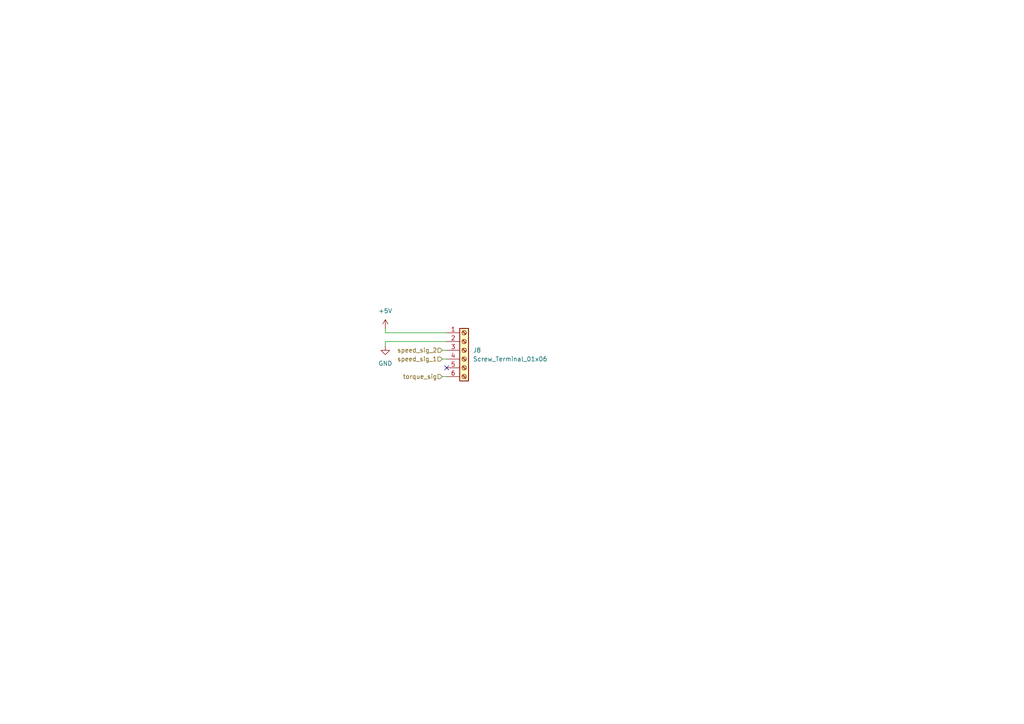
<source format=kicad_sch>
(kicad_sch (version 20250114) (generator "eeschema") (generator_version "9.0")
  (paper "A4")
  (lib_symbols
    (symbol "Connector:Screw_Terminal_01x06" (pin_names (offset 1.016) (hide yes))
      (property "Reference" "J" (at 0 7.62 0))
      (property "Value" "Screw_Terminal_01x06" (at 0 -10.16 0))
      (symbol "Screw_Terminal_01x06_1_1"
        (rectangle (start -1.27 6.35) (end 1.27 -8.89) (stroke (width 0.254)) (fill (type background)))
        (polyline (pts (xy -0.5334 5.4102) (xy 0.3302 4.572)) (stroke (width 0.1524)))
        (polyline (pts (xy -0.5334 2.8702) (xy 0.3302 2.032)) (stroke (width 0.1524)))
        (polyline (pts (xy -0.5334 0.3302) (xy 0.3302 -0.508)) (stroke (width 0.1524)))
        (polyline (pts (xy -0.5334 -2.2098) (xy 0.3302 -3.048)) (stroke (width 0.1524)))
        (polyline (pts (xy -0.5334 -4.7498) (xy 0.3302 -5.588)) (stroke (width 0.1524)))
        (polyline (pts (xy -0.5334 -7.2898) (xy 0.3302 -8.128)) (stroke (width 0.1524)))
        (polyline (pts (xy -0.3556 5.588) (xy 0.508 4.7498)) (stroke (width 0.1524)))
        (polyline (pts (xy -0.3556 3.048) (xy 0.508 2.2098)) (stroke (width 0.1524)))
        (polyline (pts (xy -0.3556 0.508) (xy 0.508 -0.3302)) (stroke (width 0.1524)))
        (polyline (pts (xy -0.3556 -2.032) (xy 0.508 -2.8702)) (stroke (width 0.1524)))
        (polyline (pts (xy -0.3556 -4.572) (xy 0.508 -5.4102)) (stroke (width 0.1524)))
        (polyline (pts (xy -0.3556 -7.112) (xy 0.508 -7.9502)) (stroke (width 0.1524)))
        (circle (center 0 5.08) (radius 0.635) (stroke (width 0.1524)))
        (circle (center 0 2.54) (radius 0.635) (stroke (width 0.1524)))
        (circle (center 0 0) (radius 0.635) (stroke (width 0.1524)))
        (circle (center 0 -2.54) (radius 0.635) (stroke (width 0.1524)))
        (circle (center 0 -5.08) (radius 0.635) (stroke (width 0.1524)))
        (circle (center 0 -7.62) (radius 0.635) (stroke (width 0.1524)))
        (pin passive line (at -5.08 5.08 0) (length 3.81) (name "Pin_1") (number "1"))
        (pin passive line (at -5.08 2.54 0) (length 3.81) (name "Pin_2") (number "2"))
        (pin passive line (at -5.08 0 0) (length 3.81) (name "Pin_3") (number "3"))
        (pin passive line (at -5.08 -2.54 0) (length 3.81) (name "Pin_4") (number "4"))
        (pin passive line (at -5.08 -5.08 0) (length 3.81) (name "Pin_5") (number "5"))
        (pin passive line (at -5.08 -7.62 0) (length 3.81) (name "Pin_6") (number "6"))
      )
    )
    (symbol "power:+5V" (power) (pin_numbers (hide yes)) (pin_names (offset 0) (hide yes))
      (property "Value" "+5V" (at 0 3.556 0))
      (symbol "+5V_0_1"
        (polyline (pts (xy -0.762 1.27) (xy 0 2.54)))
        (polyline (pts (xy 0 2.54) (xy 0.762 1.27)))
        (polyline (pts (xy 0 0) (xy 0 2.54)))
      )
      (symbol "+5V_1_1"
        (pin power_in line (at 0 0 90) (length 0) (name "~") (number "1"))
      )
    )
    (symbol "power:GND" (power) (pin_numbers (hide yes)) (pin_names (offset 0) (hide yes))
      (property "Value" "GND" (at 0 -3.81 0))
      (symbol "GND_0_1"
        (polyline (pts (xy 0 0) (xy 0 -1.27) (xy 1.27 -1.27) (xy 0 -2.54) (xy -1.27 -1.27) (xy 0 -1.27)))
      )
      (symbol "GND_1_1"
        (pin power_in line (at 0 0 270) (length 0) (name "~") (number "1"))
      )
    )
  )
  (no_connect (at 129.54 106.68))
  (wire (pts (xy 111.76 99.06) (xy 111.76 100.33)))
  (wire (pts (xy 128.27 104.14) (xy 129.54 104.14)))
  (wire (pts (xy 129.54 96.52) (xy 111.76 96.52)))
  (wire (pts (xy 128.27 101.6) (xy 129.54 101.6)))
  (wire (pts (xy 111.76 96.52) (xy 111.76 95.25)))
  (wire (pts (xy 128.27 109.22) (xy 129.54 109.22)))
  (wire (pts (xy 129.54 99.06) (xy 111.76 99.06)))
  (hierarchical_label "speed_sig_1" (shape input) (at 128.27 104.14 180))
  (hierarchical_label "torque_sig" (shape input) (at 128.27 109.22 180))
  (hierarchical_label "speed_sig_2" (shape input) (at 128.27 101.6 180))
  (symbol (lib_id "power:+5V") (at 111.76 95.25 0) (unit 1)
    (property "Reference" "#PWR028" (effects (hide yes)))
    (property "Value" "+5V" (at 111.76 90.17 0))
    (property "Description" "Power symbol creates a global label with name \"+5V\"" (effects (hide yes)))
  )
  (symbol (lib_id "Connector:Screw_Terminal_01x06") (at 134.62 101.6 0) (unit 1)
    (property "Reference" "J8" (at 137.16 101.5999 0) (effects (justify left)))
    (property "Value" "Screw_Terminal_01x06" (at 137.16 104.1399 0) (effects (justify left)))
    (property "Footprint" "TerminalBlock:TerminalBlock_Xinya_XY308-2.54-6P_1x06_P2.54mm_Horizontal" (effects (hide yes)))
    (property "Datasheet" "https://www.digikey.ca/en/products/detail/on-shore-technology-inc/OSTVN06A150/1588866" (effects (hide yes)))
    (property "Description" "Generic screw terminal, single row, 01x06, script generated (kicad-library-utils/schlib/autogen/connector/)" (effects (hide yes)))
  )
  (symbol (lib_id "power:GND") (at 111.76 100.33 0) (unit 1)
    (property "Reference" "#PWR030" (effects (hide yes)))
    (property "Value" "GND" (at 111.76 105.41 0))
    (property "Description" "Power symbol creates a global label with name \"GND\" , ground" (effects (hide yes)))
  )
)
</source>
